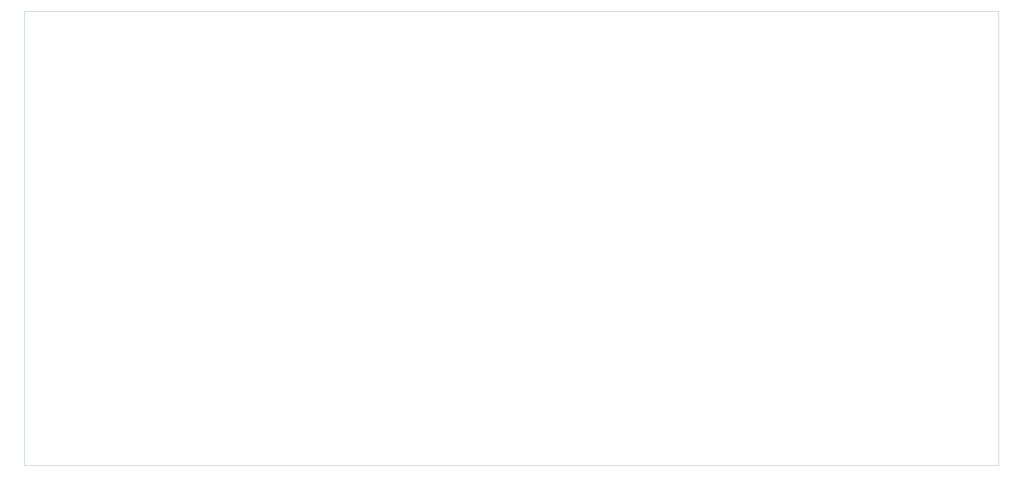
<source format=gbr>
%TF.GenerationSoftware,KiCad,Pcbnew,5.1.6-c6e7f7d~87~ubuntu16.04.1*%
%TF.CreationDate,2021-01-23T12:29:25-05:00*%
%TF.ProjectId,keyboard,6b657962-6f61-4726-942e-6b696361645f,rev?*%
%TF.SameCoordinates,Original*%
%TF.FileFunction,Profile,NP*%
%FSLAX46Y46*%
G04 Gerber Fmt 4.6, Leading zero omitted, Abs format (unit mm)*
G04 Created by KiCad (PCBNEW 5.1.6-c6e7f7d~87~ubuntu16.04.1) date 2021-01-23 12:29:25*
%MOMM*%
%LPD*%
G01*
G04 APERTURE LIST*
%TA.AperFunction,Profile*%
%ADD10C,0.050000*%
%TD*%
G04 APERTURE END LIST*
D10*
X321310000Y0D02*
X0Y0D01*
X321310000Y-149860000D02*
X321310000Y0D01*
X0Y-149860000D02*
X321310000Y-149860000D01*
X0Y0D02*
X0Y-149860000D01*
M02*

</source>
